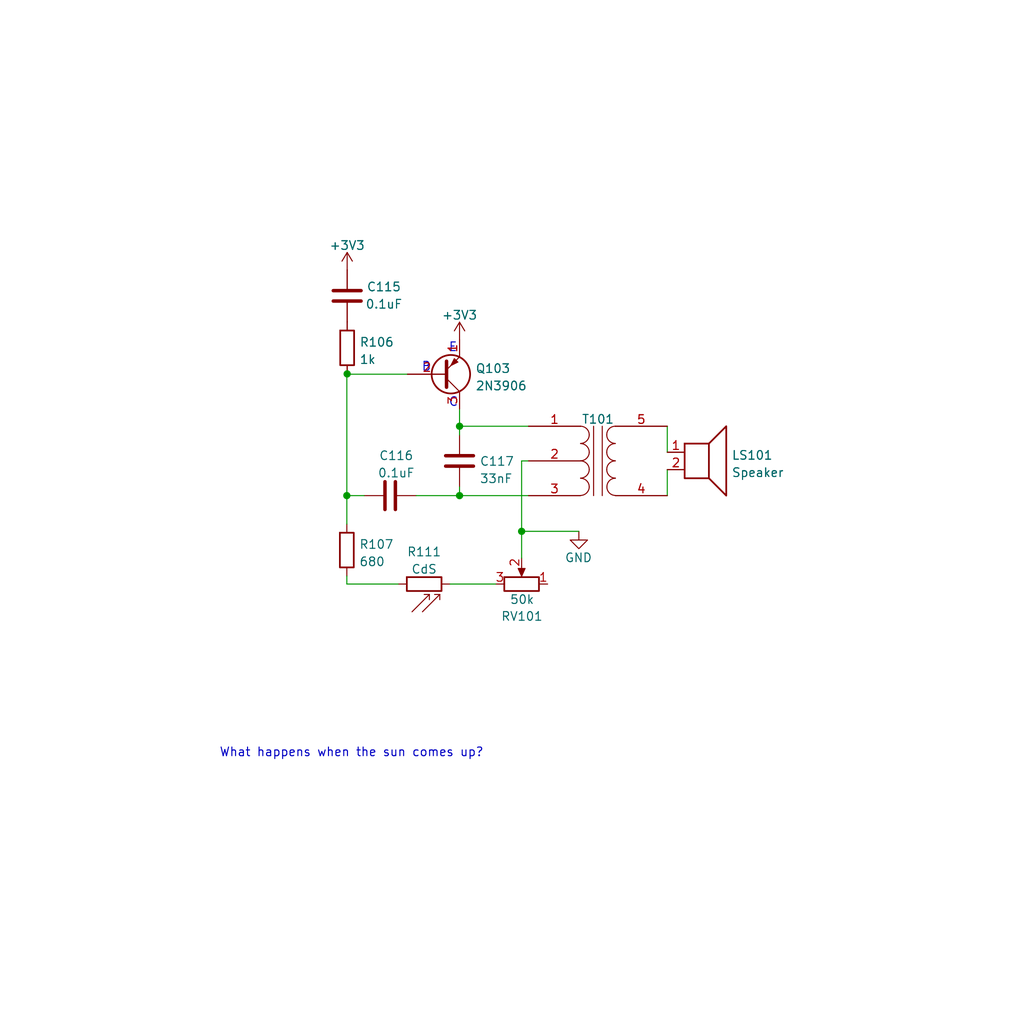
<source format=kicad_sch>
(kicad_sch (version 20211123) (generator eeschema)
  (paper "User" 150.012 150.012)
  (lib_symbols
    (symbol "Device:C" (pin_numbers hide) (pin_names (offset 0.254))
      (property "Reference" "C" (at 0.635 2.54 0))
      (property "Value" "C" (at 0.635 -2.54 0))
      (symbol "C_0_1"
        (polyline (pts (xy -2.032 -0.762) (xy 2.032 -0.762)) (stroke (width 0.508)))
        (polyline (pts (xy -2.032 0.762) (xy 2.032 0.762)) (stroke (width 0.508)))
      )
      (symbol "C_1_1"
        (pin passive line (at 0 3.81 270) (length 2.794) (name "~") (number "1"))
        (pin passive line (at 0 -3.81 90) (length 2.794) (name "~") (number "2"))
      )
    )
    (symbol "Device:R" (pin_numbers hide) (pin_names (offset 0))
      (property "Reference" "R" (at 2.032 0 90))
      (property "Value" "R" (at 0 0 90))
      (symbol "R_0_1"
        (rectangle (start -1.016 -2.54) (end 1.016 2.54) (stroke (width 0.254)))
      )
      (symbol "R_1_1"
        (pin passive line (at 0 3.81 270) (length 1.27) (name "~") (number "1"))
        (pin passive line (at 0 -3.81 90) (length 1.27) (name "~") (number "2"))
      )
    )
    (symbol "Device:R_Photo" (pin_numbers hide) (pin_names (offset 0))
      (property "Reference" "R" (at 1.27 1.27 0))
      (property "Value" "R_Photo" (at 1.27 0 0))
      (symbol "R_Photo_0_1"
        (rectangle (start -1.016 2.54) (end 1.016 -2.54) (stroke (width 0.254)))
        (polyline (pts (xy -1.524 -2.286) (xy -4.064 0.254)))
        (polyline (pts (xy -1.524 -2.286) (xy -2.286 -2.286)))
        (polyline (pts (xy -1.524 -2.286) (xy -1.524 -1.524)))
        (polyline (pts (xy -1.524 -0.762) (xy -4.064 1.778)))
        (polyline (pts (xy -1.524 -0.762) (xy -2.286 -0.762)))
        (polyline (pts (xy -1.524 -0.762) (xy -1.524 0)))
      )
      (symbol "R_Photo_1_1"
        (pin passive line (at 0 3.81 270) (length 1.27) (name "~") (number "1"))
        (pin passive line (at 0 -3.81 90) (length 1.27) (name "~") (number "2"))
      )
    )
    (symbol "Device:R_Potentiometer" (pin_names (offset 1.016) hide)
      (property "Reference" "RV" (at -4.445 0 90))
      (property "Value" "R_Potentiometer" (at -2.54 0 90))
      (symbol "R_Potentiometer_0_1"
        (polyline (pts (xy 2.54 0) (xy 1.524 0)))
        (polyline (pts (xy 1.143 0) (xy 2.286 0.508) (xy 2.286 -0.508) (xy 1.143 0)) (fill (type outline)))
        (rectangle (start 1.016 2.54) (end -1.016 -2.54) (stroke (width 0.254)))
      )
      (symbol "R_Potentiometer_1_1"
        (pin passive line (at 0 3.81 270) (length 1.27) (name "1") (number "1"))
        (pin passive line (at 3.81 0 180) (length 1.27) (name "2") (number "2"))
        (pin passive line (at 0 -3.81 90) (length 1.27) (name "3") (number "3"))
      )
    )
    (symbol "Device:Speaker" (pin_names (offset 0) hide)
      (property "Reference" "LS" (at 1.27 5.715 0))
      (property "Value" "Speaker" (at 1.27 3.81 0))
      (symbol "Speaker_0_0"
        (rectangle (start -2.54 1.27) (end 1.016 -3.81) (stroke (width 0.254)))
        (polyline (pts (xy 1.016 1.27) (xy 3.556 3.81) (xy 3.556 -6.35) (xy 1.016 -3.81)) (stroke (width 0.254)))
      )
      (symbol "Speaker_1_1"
        (pin input line (at -5.08 0 0) (length 2.54) (name "1") (number "1"))
        (pin input line (at -5.08 -2.54 0) (length 2.54) (name "2") (number "2"))
      )
    )
    (symbol "Device:Transformer_SP_1S" (pin_names (offset 1.016) hide)
      (property "Reference" "T" (at 0 6.35 0))
      (property "Value" "Transformer_SP_1S" (at 0 -7.62 0))
      (symbol "Transformer_SP_1S_0_1"
        (arc (start -2.54 -5.0546) (mid -1.6599 -4.6901) (end -1.27 -3.81))
        (arc (start -2.54 -2.5146) (mid -1.6599 -2.1501) (end -1.27 -1.27))
        (arc (start -2.54 0.0254) (mid -1.6599 0.3899) (end -1.27 1.27))
        (arc (start -2.54 2.5654) (mid -1.6599 2.9299) (end -1.27 3.81))
        (arc (start -1.27 -3.81) (mid -1.642 -2.912) (end -2.54 -2.54))
        (arc (start -1.27 -1.27) (mid -1.642 -0.372) (end -2.54 0))
        (arc (start -1.27 1.27) (mid -1.642 2.168) (end -2.54 2.54))
        (arc (start -1.27 3.81) (mid -1.642 4.708) (end -2.54 5.08))
        (polyline (pts (xy -0.635 5.08) (xy -0.635 -5.08)))
        (polyline (pts (xy 0.635 -5.08) (xy 0.635 5.08)))
        (arc (start 1.2954 -1.27) (mid 1.6599 -2.1501) (end 2.54 -2.5146))
        (arc (start 1.2954 1.27) (mid 1.6599 0.3899) (end 2.54 0.0254))
        (arc (start 1.2954 3.81) (mid 1.6599 2.9299) (end 2.54 2.5654))
        (arc (start 1.3208 -3.81) (mid 1.6853 -4.6901) (end 2.5654 -5.0546))
        (arc (start 2.54 0) (mid 1.642 -0.372) (end 1.2954 -1.27))
        (arc (start 2.54 2.54) (mid 1.642 2.168) (end 1.2954 1.27))
        (arc (start 2.54 5.08) (mid 1.642 4.708) (end 1.2954 3.81))
        (arc (start 2.5654 -2.54) (mid 1.6674 -2.912) (end 1.3208 -3.81))
      )
      (symbol "Transformer_SP_1S_1_1"
        (pin passive line (at -10.16 5.08 0) (length 7.62) (name "PR1") (number "1"))
        (pin passive line (at -10.16 0 0) (length 7.62) (name "PM") (number "2"))
        (pin passive line (at -10.16 -5.08 0) (length 7.62) (name "PR2") (number "3"))
        (pin passive line (at 10.16 -5.08 180) (length 7.62) (name "S1") (number "4"))
        (pin passive line (at 10.16 5.08 180) (length 7.62) (name "S2") (number "5"))
      )
    )
    (symbol "Transistor_BJT:2N3906" (pin_names (offset 0) hide)
      (property "Reference" "Q" (at 5.08 1.905 0))
      (property "Value" "2N3906" (at 5.08 0 0))
      (symbol "2N3906_0_1"
        (polyline (pts (xy 0.635 0.635) (xy 2.54 2.54)))
        (polyline (pts (xy 0.635 -0.635) (xy 2.54 -2.54) (xy 2.54 -2.54)))
        (polyline (pts (xy 0.635 1.905) (xy 0.635 -1.905) (xy 0.635 -1.905)) (stroke (width 0.508)))
        (polyline (pts (xy 2.286 -1.778) (xy 1.778 -2.286) (xy 1.27 -1.27) (xy 2.286 -1.778) (xy 2.286 -1.778)) (fill (type outline)))
        (circle (center 1.27 0) (radius 2.8194) (stroke (width 0.254)))
      )
      (symbol "2N3906_1_1"
        (pin passive line (at 2.54 -5.08 90) (length 2.54) (name "E") (number "1"))
        (pin input line (at -5.08 0 0) (length 5.715) (name "B") (number "2"))
        (pin passive line (at 2.54 5.08 270) (length 2.54) (name "C") (number "3"))
      )
    )
    (symbol "power:+3V3" (power) (pin_names (offset 0))
      (property "Value" "+3V3" (at 0 3.556 0))
      (symbol "+3V3_0_1"
        (polyline (pts (xy -0.762 1.27) (xy 0 2.54)))
        (polyline (pts (xy 0 0) (xy 0 2.54)))
        (polyline (pts (xy 0 2.54) (xy 0.762 1.27)))
      )
      (symbol "+3V3_1_1"
        (pin power_in line (at 0 0 90) (length 0) hide (name "+3V3") (number "1"))
      )
    )
    (symbol "power:GND" (power) (pin_names (offset 0))
      (property "Value" "GND" (at 0 -3.81 0))
      (symbol "GND_0_1"
        (polyline (pts (xy 0 0) (xy 0 -1.27) (xy 1.27 -1.27) (xy 0 -2.54) (xy -1.27 -1.27) (xy 0 -1.27)))
      )
      (symbol "GND_1_1"
        (pin power_in line (at 0 0 270) (length 0) hide (name "GND") (number "1"))
      )
    )
  )
  (junction (at 76.4032 77.8256))
  (junction (at 67.31 72.5932))
  (junction (at 50.8 72.5932))
  (junction (at 50.8508 54.7624))
  (junction (at 67.31 62.4332))
  (wire (pts (xy 97.7392 62.4332) (xy 97.7392 66.2432)))
  (wire (pts (xy 50.8 72.5932) (xy 53.34 72.5932)))
  (wire (pts (xy 50.8 54.8132) (xy 50.8 72.5932)))
  (wire (pts (xy 76.4032 77.8256) (xy 84.7852 77.8256)))
  (wire (pts (xy 77.4192 72.5932) (xy 67.31 72.5932)))
  (wire (pts (xy 67.31 72.5932) (xy 67.31 71.3232)))
  (wire (pts (xy 60.96 72.5932) (xy 67.31 72.5932)))
  (wire (pts (xy 77.4192 62.4332) (xy 67.31 62.4332)))
  (wire (pts (xy 50.8 85.5472) (xy 50.8 84.3788)))
  (wire (pts (xy 50.8 72.5932) (xy 50.8 76.7588)))
  (wire (pts (xy 67.31 59.8932) (xy 67.31 62.4332)))
  (wire (pts (xy 97.7392 68.7832) (xy 97.7392 72.5932)))
  (wire (pts (xy 77.4192 67.5132) (xy 76.4032 67.5132)))
  (wire (pts (xy 67.31 62.4332) (xy 67.31 63.7032)))
  (wire (pts (xy 76.4032 67.5132) (xy 76.4032 77.8256)))
  (wire (pts (xy 59.69 54.8132) (xy 50.8 54.8132)))
  (wire (pts (xy 76.4032 77.8256) (xy 76.4032 81.7372)))
  (wire (pts (xy 50.8 85.5472) (xy 58.3184 85.5472)))
  (wire (pts (xy 65.9384 85.5472) (xy 72.5932 85.5472)))
  (text "C" (at 65.6844 59.7916 0) (effects (font (size 1.27 1.27)) (justify left bottom)))
  (text "B" (at 61.722 54.61 0) (effects (font (size 1.27 1.27)) (justify left bottom)))
  (text "What happens when the sun comes up?" (at 32.1056 111.0996 0) (effects (font (size 1.27 1.27)) (justify left bottom)))
  (text "E" (at 65.6844 51.7652 0) (effects (font (size 1.27 1.27)) (justify left bottom)))
  (symbol (lib_id "Device:R_Photo") (at 62.1284 85.5472 90) (unit 1)
    (property "Reference" "R111" (at 62.1284 80.8314 90))
    (property "Value" "CdS" (at 62.1284 83.3683 90))
  )
  (symbol (lib_id "Device:Speaker") (at 102.8192 66.2432 0) (unit 1)
    (property "Reference" "LS101" (at 107.1372 66.6785 0) (effects (justify left)))
    (property "Value" "Speaker" (at 107.1372 69.2154 0) (effects (justify left)))
  )
  (symbol (lib_id "Device:R") (at 50.8508 50.9524 180) (unit 1)
    (property "Reference" "R106" (at 52.6288 50.1177 0) (effects (justify right)))
    (property "Value" "1k" (at 52.6288 52.6546 0) (effects (justify right)))
  )
  (symbol (lib_id "power:+3V3") (at 50.8508 39.5224 0) (unit 1)
    (property "Reference" "#PWR?" (effects hide))
    (property "Value" "+3V3" (at 50.8508 35.9466 0))
  )
  (symbol (lib_id "Device:C") (at 67.31 67.5132 180) (unit 1)
    (property "Reference" "C117" (at 70.231 67.5675 0) (effects (justify right)))
    (property "Value" "33nF" (at 70.231 70.1044 0) (effects (justify right)))
  )
  (symbol (lib_id "power:GND") (at 84.7852 77.8256 0) (unit 1)
    (property "Reference" "#PWR034" (effects hide))
    (property "Value" "GND" (at 84.7344 81.6864 0))
  )
  (symbol (lib_id "Device:R") (at 50.8 80.5688 180) (unit 1)
    (property "Reference" "R107" (at 52.578 79.7341 0) (effects (justify right)))
    (property "Value" "680" (at 52.578 82.271 0) (effects (justify right)))
  )
  (symbol (lib_id "power:+3V3") (at 67.31 49.7332 0) (unit 1)
    (property "Reference" "#PWR?" (effects hide))
    (property "Value" "+3V3" (at 67.31 46.1574 0))
  )
  (symbol (lib_id "Transistor_BJT:2N3906") (at 64.77 54.8132 0) (mirror x) (unit 1)
    (property "Reference" "Q103" (at 69.6214 53.9785 0) (effects (justify left)))
    (property "Value" "2N3906" (at 69.6214 56.5154 0) (effects (justify left)))
    (property "Footprint" "Package_TO_SOT_THT:TO-92_Inline" (effects hide))
    (property "Datasheet" "https://www.onsemi.com/pub/Collateral/2N3906-D.PDF" (effects hide))
  )
  (symbol (lib_id "Device:C") (at 50.8508 43.3324 0) (mirror y) (unit 1)
    (property "Reference" "C115" (at 56.2356 42.0116 0))
    (property "Value" "0.1uF" (at 56.2356 44.5485 0))
  )
  (symbol (lib_id "Device:R_Potentiometer") (at 76.4032 85.5472 270) (mirror x) (unit 1)
    (property "Reference" "RV101" (at 76.454 90.2716 90))
    (property "Value" "50k" (at 78.3082 87.8078 90) (effects (justify right)))
  )
  (symbol (lib_id "Device:C") (at 57.15 72.5932 270) (unit 1)
    (property "Reference" "C116" (at 58.039 66.7344 90))
    (property "Value" "0.1uF" (at 58.039 69.2713 90))
  )
  (symbol (lib_id "Device:Transformer_SP_1S") (at 87.5792 67.5132 0) (unit 1)
    (property "Reference" "T101" (at 87.5919 61.3972 0))
    (property "Value" "Transformer_SP_1S" (effects hide))
  )
)
</source>
